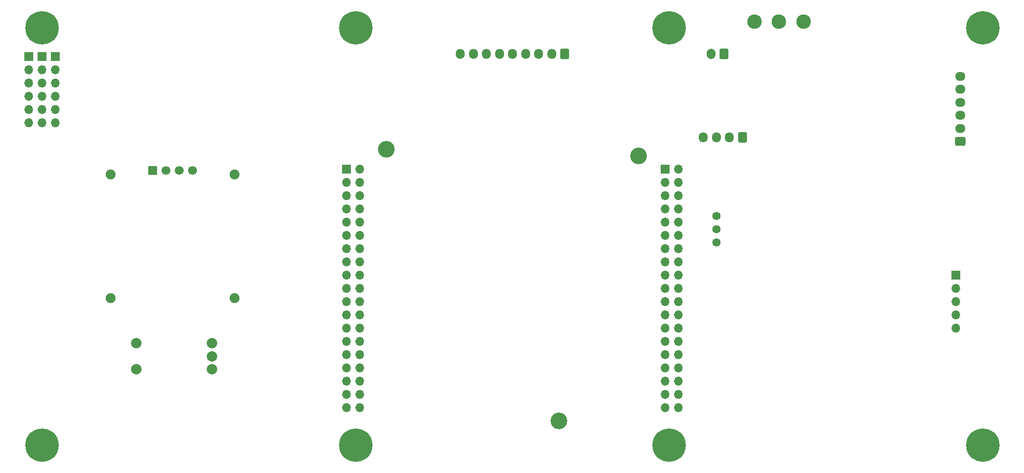
<source format=gbr>
%TF.GenerationSoftware,KiCad,Pcbnew,8.0.0-8.0.0-1~ubuntu22.04.1*%
%TF.CreationDate,2024-03-21T09:18:37+01:00*%
%TF.ProjectId,uC_TP_Boussole_mb,75435f54-505f-4426-9f75-73736f6c655f,rev?*%
%TF.SameCoordinates,Original*%
%TF.FileFunction,Soldermask,Bot*%
%TF.FilePolarity,Negative*%
%FSLAX46Y46*%
G04 Gerber Fmt 4.6, Leading zero omitted, Abs format (unit mm)*
G04 Created by KiCad (PCBNEW 8.0.0-8.0.0-1~ubuntu22.04.1) date 2024-03-21 09:18:37*
%MOMM*%
%LPD*%
G01*
G04 APERTURE LIST*
G04 Aperture macros list*
%AMRoundRect*
0 Rectangle with rounded corners*
0 $1 Rounding radius*
0 $2 $3 $4 $5 $6 $7 $8 $9 X,Y pos of 4 corners*
0 Add a 4 corners polygon primitive as box body*
4,1,4,$2,$3,$4,$5,$6,$7,$8,$9,$2,$3,0*
0 Add four circle primitives for the rounded corners*
1,1,$1+$1,$2,$3*
1,1,$1+$1,$4,$5*
1,1,$1+$1,$6,$7*
1,1,$1+$1,$8,$9*
0 Add four rect primitives between the rounded corners*
20,1,$1+$1,$2,$3,$4,$5,0*
20,1,$1+$1,$4,$5,$6,$7,0*
20,1,$1+$1,$6,$7,$8,$9,0*
20,1,$1+$1,$8,$9,$2,$3,0*%
G04 Aperture macros list end*
%ADD10C,1.900000*%
%ADD11RoundRect,0.170000X-0.680000X-0.680000X0.680000X-0.680000X0.680000X0.680000X-0.680000X0.680000X0*%
%ADD12C,1.700000*%
%ADD13C,6.400000*%
%ADD14RoundRect,0.250000X0.600000X0.725000X-0.600000X0.725000X-0.600000X-0.725000X0.600000X-0.725000X0*%
%ADD15O,1.700000X1.950000*%
%ADD16R,1.700000X1.700000*%
%ADD17O,1.700000X1.700000*%
%ADD18C,2.000000*%
%ADD19C,1.600000*%
%ADD20RoundRect,0.250000X0.600000X0.750000X-0.600000X0.750000X-0.600000X-0.750000X0.600000X-0.750000X0*%
%ADD21O,1.700000X2.000000*%
%ADD22C,3.200000*%
%ADD23RoundRect,0.250000X0.725000X-0.600000X0.725000X0.600000X-0.725000X0.600000X-0.725000X-0.600000X0*%
%ADD24O,1.950000X1.700000*%
%ADD25C,2.775000*%
G04 APERTURE END LIST*
D10*
%TO.C,J801*%
X68150000Y-83150000D03*
X68150000Y-106850000D03*
X91850000Y-83150000D03*
X91850000Y-106850000D03*
D11*
X76190000Y-82370000D03*
D12*
X78730000Y-82370000D03*
X81270000Y-82370000D03*
X83810000Y-82370000D03*
%TD*%
D13*
%TO.C,H105*%
X235000000Y-135000000D03*
%TD*%
%TO.C,H102*%
X115000000Y-55000000D03*
%TD*%
D14*
%TO.C,J701*%
X155000000Y-60000000D03*
D15*
X152500000Y-60000000D03*
X150000000Y-60000000D03*
X147500000Y-60000000D03*
X145000000Y-60000000D03*
X142500000Y-60000000D03*
X140000000Y-60000000D03*
X137500000Y-60000000D03*
X135000000Y-60000000D03*
%TD*%
D16*
%TO.C,J502*%
X55000000Y-60500000D03*
D17*
X55000000Y-63040000D03*
X55000000Y-65580000D03*
X55000000Y-68120000D03*
X55000000Y-70660000D03*
X55000000Y-73200000D03*
%TD*%
D13*
%TO.C,H104*%
X235000000Y-55000000D03*
%TD*%
D18*
%TO.C,SW901*%
X73000000Y-115500000D03*
X73000000Y-120500000D03*
X87500000Y-118000000D03*
X87500000Y-115500000D03*
X87500000Y-120500000D03*
%TD*%
D13*
%TO.C,H103*%
X175000000Y-55000000D03*
%TD*%
D19*
%TO.C,U401*%
X184000000Y-91120000D03*
X184000000Y-93660000D03*
X184000000Y-96200000D03*
%TD*%
D16*
%TO.C,J301*%
X229800000Y-102460000D03*
D17*
X229800000Y-105000000D03*
X229800000Y-107540000D03*
X229800000Y-110080000D03*
X229800000Y-112620000D03*
%TD*%
D20*
%TO.C,J401*%
X185500000Y-60000000D03*
D21*
X183000000Y-60000000D03*
%TD*%
D13*
%TO.C,H101*%
X55000000Y-55000000D03*
%TD*%
D22*
%TO.C,U501*%
X120870000Y-78330000D03*
X153890000Y-130400000D03*
X169130000Y-79600000D03*
D16*
X113250000Y-82140000D03*
D17*
X115790000Y-82140000D03*
X113250000Y-84680000D03*
X115790000Y-84680000D03*
X113250000Y-87220000D03*
X115790000Y-87220000D03*
X113250000Y-89760000D03*
X115790000Y-89760000D03*
X113250000Y-92300000D03*
X115790000Y-92300000D03*
X113250000Y-94840000D03*
X115790000Y-94840000D03*
X113250000Y-97380000D03*
X115790000Y-97380000D03*
X113250000Y-99920000D03*
X115790000Y-99920000D03*
X113250000Y-102460000D03*
X115790000Y-102460000D03*
X113250000Y-105000000D03*
X115790000Y-105000000D03*
X113250000Y-107540000D03*
X115790000Y-107540000D03*
X113250000Y-110080000D03*
X115790000Y-110080000D03*
X113250000Y-112620000D03*
X115790000Y-112620000D03*
X113250000Y-115160000D03*
X115790000Y-115160000D03*
X113250000Y-117700000D03*
X115790000Y-117700000D03*
X113250000Y-120240000D03*
X115790000Y-120240000D03*
X113250000Y-122780000D03*
X115790000Y-122780000D03*
X113250000Y-125320000D03*
X115790000Y-125320000D03*
X113250000Y-127860000D03*
X115790000Y-127860000D03*
D16*
X174210000Y-82150000D03*
D17*
X176750000Y-82150000D03*
X174210000Y-84680000D03*
X176750000Y-84680000D03*
X174210000Y-87220000D03*
X176750000Y-87220000D03*
X174210000Y-89760000D03*
X176750000Y-89760000D03*
X174210000Y-92300000D03*
X176750000Y-92300000D03*
X174210000Y-94840000D03*
X176750000Y-94840000D03*
X174210000Y-97380000D03*
X176750000Y-97380000D03*
X174210000Y-99920000D03*
X176750000Y-99920000D03*
X174210000Y-102460000D03*
X176750000Y-102460000D03*
X174210000Y-105000000D03*
X176750000Y-105000000D03*
X174210000Y-107540000D03*
X176750000Y-107540000D03*
X174210000Y-110080000D03*
X176750000Y-110080000D03*
X174210000Y-112620000D03*
X176750000Y-112620000D03*
X174210000Y-115160000D03*
X176750000Y-115160000D03*
X174210000Y-117700000D03*
X176750000Y-117700000D03*
X174210000Y-120240000D03*
X176750000Y-120240000D03*
X174210000Y-122780000D03*
X176750000Y-122780000D03*
X174210000Y-125320000D03*
X176750000Y-125320000D03*
X174210000Y-127860000D03*
X176750000Y-127860000D03*
%TD*%
D13*
%TO.C,H107*%
X115000000Y-135000000D03*
%TD*%
D23*
%TO.C,J302*%
X230700000Y-76800000D03*
D24*
X230700000Y-74300000D03*
X230700000Y-71800000D03*
X230700000Y-69300000D03*
X230700000Y-66800000D03*
X230700000Y-64300000D03*
%TD*%
D16*
%TO.C,J501*%
X52460000Y-60500000D03*
D17*
X52460000Y-63040000D03*
X52460000Y-65580000D03*
X52460000Y-68120000D03*
X52460000Y-70660000D03*
X52460000Y-73200000D03*
%TD*%
D16*
%TO.C,J503*%
X57540000Y-60500000D03*
D17*
X57540000Y-63040000D03*
X57540000Y-65580000D03*
X57540000Y-68120000D03*
X57540000Y-70660000D03*
X57540000Y-73200000D03*
%TD*%
D13*
%TO.C,H108*%
X55000000Y-135000000D03*
%TD*%
D25*
%TO.C,SW401*%
X191300000Y-53800000D03*
X196000000Y-53800000D03*
X200700000Y-53800000D03*
%TD*%
D13*
%TO.C,H106*%
X175000000Y-135000000D03*
%TD*%
D14*
%TO.C,J201*%
X189000000Y-76000000D03*
D15*
X186500000Y-76000000D03*
X184000000Y-76000000D03*
X181500000Y-76000000D03*
%TD*%
M02*

</source>
